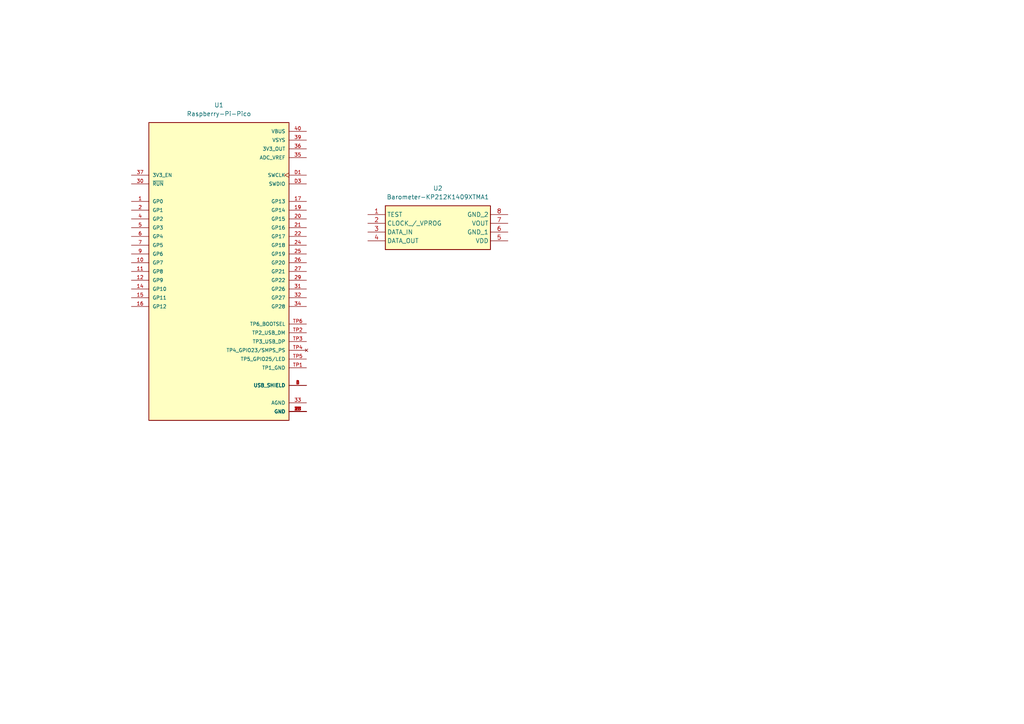
<source format=kicad_sch>
(kicad_sch (version 20230121) (generator eeschema)
  (paper "A4")
  (title_block (title "Basic Electronics Learning Toolkit") (date "2023-12-25") (rev "0.1") (company "Rice Eclipse"))
  (lib_symbols
    (symbol "Barometer-KP212K1409XTMA1:Barometer-KP212K1409XTMA1"
      (property "Reference" "U" (at 0 11.43 0))
      (property "Value" "Barometer-KP212K1409XTMA1" (at 0 8.89 0))
      (symbol "Barometer-KP212K1409XTMA1_1_1"
        (rectangle (start -15.24 6.35) (end 15.24 -6.35) (stroke (width 0.254)) (fill (type background)))
        (pin passive line (at -20.32 3.81 0) (length 5.08) (name "TEST") (number "1"))
        (pin passive line (at -20.32 1.27 0) (length 5.08) (name "CLOCK_/_VPROG") (number "2"))
        (pin passive line (at -20.32 -1.27 0) (length 5.08) (name "DATA_IN") (number "3"))
        (pin passive line (at -20.32 -3.81 0) (length 5.08) (name "DATA_OUT") (number "4"))
        (pin passive line (at 20.32 -3.81 180) (length 5.08) (name "VDD") (number "5"))
        (pin passive line (at 20.32 -1.27 180) (length 5.08) (name "GND_1") (number "6"))
        (pin passive line (at 20.32 1.27 180) (length 5.08) (name "VOUT") (number "7"))
        (pin passive line (at 20.32 3.81 180) (length 5.08) (name "GND_2") (number "8"))
      )
    )
    (symbol "Raspberry-Pi-Pico:Raspberry-Pi-Pico" (pin_names (offset 1.016))
      (property "Reference" "U" (at -20.32 44.45 0))
      (property "Value" "Raspberry-Pi-Pico" (at -20.32 -44.45 0))
      (symbol "Raspberry-Pi-Pico_0_0"
        (rectangle (start -20.32 -43.18) (end 20.32 43.18) (stroke (width 0.254)) (fill (type background)))
        (pin bidirectional line (at -25.4 20.32 0) (length 5.08) (name "GP0") (number "1"))
        (pin bidirectional line (at -25.4 2.54 0) (length 5.08) (name "GP7") (number "10"))
        (pin bidirectional line (at -25.4 0 0) (length 5.08) (name "GP8") (number "11"))
        (pin bidirectional line (at -25.4 -2.54 0) (length 5.08) (name "GP9") (number "12"))
        (pin power_in line (at 25.4 -40.64 180) (length 5.08) (name "GND") (number "13"))
        (pin bidirectional line (at -25.4 -5.08 0) (length 5.08) (name "GP10") (number "14"))
        (pin bidirectional line (at -25.4 -7.62 0) (length 5.08) (name "GP11") (number "15"))
        (pin bidirectional line (at -25.4 -10.16 0) (length 5.08) (name "GP12") (number "16"))
        (pin bidirectional line (at 25.4 20.32 180) (length 5.08) (name "GP13") (number "17"))
        (pin power_in line (at 25.4 -40.64 180) (length 5.08) (name "GND") (number "18"))
        (pin bidirectional line (at 25.4 17.78 180) (length 5.08) (name "GP14") (number "19"))
        (pin bidirectional line (at -25.4 17.78 0) (length 5.08) (name "GP1") (number "2"))
        (pin bidirectional line (at 25.4 15.24 180) (length 5.08) (name "GP15") (number "20"))
        (pin bidirectional line (at 25.4 12.7 180) (length 5.08) (name "GP16") (number "21"))
        (pin bidirectional line (at 25.4 10.16 180) (length 5.08) (name "GP17") (number "22"))
        (pin power_in line (at 25.4 -40.64 180) (length 5.08) (name "GND") (number "23"))
        (pin bidirectional line (at 25.4 7.62 180) (length 5.08) (name "GP18") (number "24"))
        (pin bidirectional line (at 25.4 5.08 180) (length 5.08) (name "GP19") (number "25"))
        (pin bidirectional line (at 25.4 2.54 180) (length 5.08) (name "GP20") (number "26"))
        (pin bidirectional line (at 25.4 0 180) (length 5.08) (name "GP21") (number "27"))
        (pin power_in line (at 25.4 -40.64 180) (length 5.08) (name "GND") (number "28"))
        (pin bidirectional line (at 25.4 -2.54 180) (length 5.08) (name "GP22") (number "29"))
        (pin power_in line (at 25.4 -40.64 180) (length 5.08) (name "GND") (number "3"))
        (pin input line (at -25.4 25.4 0) (length 5.08) (name "~{RUN}") (number "30"))
        (pin bidirectional line (at 25.4 -5.08 180) (length 5.08) (name "GP26") (number "31"))
        (pin bidirectional line (at 25.4 -7.62 180) (length 5.08) (name "GP27") (number "32"))
        (pin power_in line (at 25.4 -38.1 180) (length 5.08) (name "AGND") (number "33"))
        (pin bidirectional line (at 25.4 -10.16 180) (length 5.08) (name "GP28") (number "34"))
        (pin power_in line (at 25.4 33.02 180) (length 5.08) (name "ADC_VREF") (number "35"))
        (pin power_in line (at 25.4 35.56 180) (length 5.08) (name "3V3_OUT") (number "36"))
        (pin input line (at -25.4 27.94 0) (length 5.08) (name "3V3_EN") (number "37"))
        (pin power_in line (at 25.4 -40.64 180) (length 5.08) (name "GND") (number "38"))
        (pin power_in line (at 25.4 38.1 180) (length 5.08) (name "VSYS") (number "39"))
        (pin bidirectional line (at -25.4 15.24 0) (length 5.08) (name "GP2") (number "4"))
        (pin power_in line (at 25.4 40.64 180) (length 5.08) (name "VBUS") (number "40"))
        (pin bidirectional line (at -25.4 12.7 0) (length 5.08) (name "GP3") (number "5"))
        (pin bidirectional line (at -25.4 10.16 0) (length 5.08) (name "GP4") (number "6"))
        (pin bidirectional line (at -25.4 7.62 0) (length 5.08) (name "GP5") (number "7"))
        (pin power_in line (at 25.4 -40.64 180) (length 5.08) (name "GND") (number "8"))
        (pin bidirectional line (at -25.4 5.08 0) (length 5.08) (name "GP6") (number "9"))
        (pin power_in line (at 25.4 -33.02 180) (length 5.08) (name "USB_SHIELD") (number "A"))
        (pin power_in line (at 25.4 -33.02 180) (length 5.08) (name "USB_SHIELD") (number "B"))
        (pin power_in line (at 25.4 -33.02 180) (length 5.08) (name "USB_SHIELD") (number "C"))
        (pin power_in line (at 25.4 -33.02 180) (length 5.08) (name "USB_SHIELD") (number "D"))
        (pin input clock (at 25.4 27.94 180) (length 5.08) (name "SWCLK") (number "D1"))
        (pin power_in line (at 25.4 -40.64 180) (length 5.08) (name "GND") (number "D2"))
        (pin bidirectional line (at 25.4 25.4 180) (length 5.08) (name "SWDIO") (number "D3"))
        (pin power_in line (at 25.4 -27.94 180) (length 5.08) (name "TP1_GND") (number "TP1"))
        (pin bidirectional line (at 25.4 -17.78 180) (length 5.08) (name "TP2_USB_DM") (number "TP2"))
        (pin bidirectional line (at 25.4 -20.32 180) (length 5.08) (name "TP3_USB_DP") (number "TP3"))
        (pin no_connect line (at 25.4 -22.86 180) (length 5.08) (name "TP4_GPIO23/SMPS_PS") (number "TP4"))
        (pin output line (at 25.4 -25.4 180) (length 5.08) (name "TP5_GPIO25/LED") (number "TP5"))
        (pin input line (at 25.4 -15.24 180) (length 5.08) (name "TP6_BOOTSEL") (number "TP6"))
      )
    )
  )
  (symbol (lib_id "Barometer-KP212K1409XTMA1:Barometer-KP212K1409XTMA1") (at 127 66.04 0) (unit 1)
    (property "Reference" "U2" (at 127 54.61 0))
    (property "Value" "Barometer-KP212K1409XTMA1" (at 127 57.15 0))
    (property "Footprint" "BeltFootprints:Barometer-KP212K1409XTMA1" (effects hide))
    (property "Datasheet" "https://www.infineon.com/dgdl/Infineon-KP212K1409-DataSheet-v01_00-EN.pdf?fileId=5546d4627506bb3201754116ad5a5370" (effects hide))
    (property "Manufacturer" "Infineon" (effects hide))
    (property "Part Number" "KP212K1409XTMA1" (effects hide))
  )
  (symbol (lib_id "Raspberry-Pi-Pico:Raspberry-Pi-Pico") (at 63.5 78.74 0) (unit 1)
    (property "Reference" "U1" (at 63.5 30.48 0))
    (property "Value" "Raspberry-Pi-Pico" (at 63.5 33.02 0))
    (property "Footprint" "BeltFootprints:Raspberry-Pi-Pico" (effects hide))
    (property "Datasheet" "https://datasheets.raspberrypi.com/pico/pico-datasheet.pdf" (effects hide))
    (property "Manufacturer" "Raspberry Pi" (effects hide))
    (property "Part Number" "SC0915" (effects hide))
  )
)
</source>
